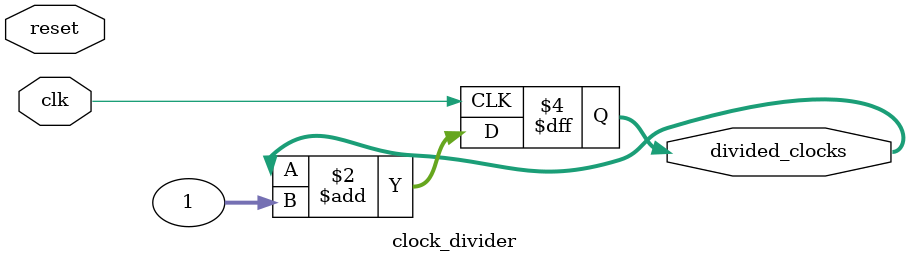
<source format=sv>
module clock_divider (clk, reset, divided_clocks);
	input logic reset, clk;
	output logic [31:0] divided_clocks = 0;
	
	always_ff @(posedge clk) begin
		divided_clocks <= divided_clocks + 1;
	end
	
endmodule

</source>
